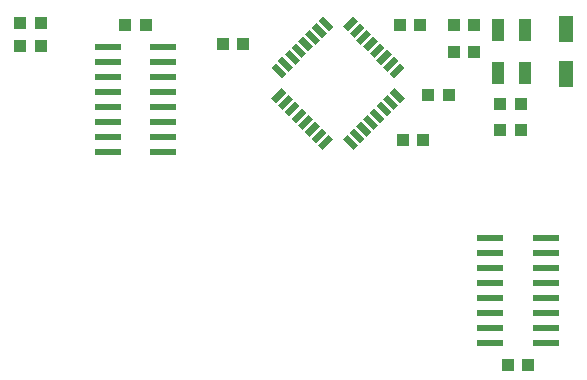
<source format=gbr>
G04 EAGLE Gerber RS-274X export*
G75*
%MOMM*%
%FSLAX34Y34*%
%LPD*%
%INSolderpaste Top*%
%IPPOS*%
%AMOC8*
5,1,8,0,0,1.08239X$1,22.5*%
G01*
%ADD10R,2.184400X0.558800*%
%ADD11R,1.270000X0.558800*%
%ADD12R,0.558800X1.270000*%
%ADD13R,1.100000X1.000000*%
%ADD14R,1.100000X1.900000*%
%ADD15R,1.150000X2.200000*%


D10*
X480822Y38100D03*
X480822Y50800D03*
X480822Y63500D03*
X480822Y76200D03*
X480822Y88900D03*
X480822Y101600D03*
X480822Y114300D03*
X480822Y127000D03*
X433578Y127000D03*
X433578Y114300D03*
X433578Y101600D03*
X433578Y88900D03*
X433578Y76200D03*
X433578Y63500D03*
X433578Y50800D03*
X433578Y38100D03*
D11*
G36*
X348487Y265850D02*
X357466Y274829D01*
X361417Y270878D01*
X352438Y261899D01*
X348487Y265850D01*
G37*
G36*
X342830Y271507D02*
X351809Y280486D01*
X355760Y276535D01*
X346781Y267556D01*
X342830Y271507D01*
G37*
G36*
X337174Y277164D02*
X346153Y286143D01*
X350104Y282192D01*
X341125Y273213D01*
X337174Y277164D01*
G37*
G36*
X331517Y282821D02*
X340496Y291800D01*
X344447Y287849D01*
X335468Y278870D01*
X331517Y282821D01*
G37*
G36*
X325860Y288478D02*
X334839Y297457D01*
X338790Y293506D01*
X329811Y284527D01*
X325860Y288478D01*
G37*
G36*
X320203Y294135D02*
X329182Y303114D01*
X333133Y299163D01*
X324154Y290184D01*
X320203Y294135D01*
G37*
G36*
X314546Y299791D02*
X323525Y308770D01*
X327476Y304819D01*
X318497Y295840D01*
X314546Y299791D01*
G37*
G36*
X308889Y305448D02*
X317868Y314427D01*
X321819Y310476D01*
X312840Y301497D01*
X308889Y305448D01*
G37*
D12*
G36*
X287781Y310476D02*
X291732Y314427D01*
X300711Y305448D01*
X296760Y301497D01*
X287781Y310476D01*
G37*
G36*
X282124Y304819D02*
X286075Y308770D01*
X295054Y299791D01*
X291103Y295840D01*
X282124Y304819D01*
G37*
G36*
X276467Y299163D02*
X280418Y303114D01*
X289397Y294135D01*
X285446Y290184D01*
X276467Y299163D01*
G37*
G36*
X270810Y293506D02*
X274761Y297457D01*
X283740Y288478D01*
X279789Y284527D01*
X270810Y293506D01*
G37*
G36*
X265153Y287849D02*
X269104Y291800D01*
X278083Y282821D01*
X274132Y278870D01*
X265153Y287849D01*
G37*
G36*
X259496Y282192D02*
X263447Y286143D01*
X272426Y277164D01*
X268475Y273213D01*
X259496Y282192D01*
G37*
G36*
X253840Y276535D02*
X257791Y280486D01*
X266770Y271507D01*
X262819Y267556D01*
X253840Y276535D01*
G37*
G36*
X248183Y270878D02*
X252134Y274829D01*
X261113Y265850D01*
X257162Y261899D01*
X248183Y270878D01*
G37*
D11*
G36*
X248183Y244742D02*
X257162Y253721D01*
X261113Y249770D01*
X252134Y240791D01*
X248183Y244742D01*
G37*
G36*
X253840Y239085D02*
X262819Y248064D01*
X266770Y244113D01*
X257791Y235134D01*
X253840Y239085D01*
G37*
G36*
X259496Y233428D02*
X268475Y242407D01*
X272426Y238456D01*
X263447Y229477D01*
X259496Y233428D01*
G37*
G36*
X265153Y227771D02*
X274132Y236750D01*
X278083Y232799D01*
X269104Y223820D01*
X265153Y227771D01*
G37*
G36*
X270810Y222114D02*
X279789Y231093D01*
X283740Y227142D01*
X274761Y218163D01*
X270810Y222114D01*
G37*
G36*
X276467Y216457D02*
X285446Y225436D01*
X289397Y221485D01*
X280418Y212506D01*
X276467Y216457D01*
G37*
G36*
X282124Y210801D02*
X291103Y219780D01*
X295054Y215829D01*
X286075Y206850D01*
X282124Y210801D01*
G37*
G36*
X287781Y205144D02*
X296760Y214123D01*
X300711Y210172D01*
X291732Y201193D01*
X287781Y205144D01*
G37*
D12*
G36*
X308889Y210172D02*
X312840Y214123D01*
X321819Y205144D01*
X317868Y201193D01*
X308889Y210172D01*
G37*
G36*
X314546Y215829D02*
X318497Y219780D01*
X327476Y210801D01*
X323525Y206850D01*
X314546Y215829D01*
G37*
G36*
X320203Y221485D02*
X324154Y225436D01*
X333133Y216457D01*
X329182Y212506D01*
X320203Y221485D01*
G37*
G36*
X325860Y227142D02*
X329811Y231093D01*
X338790Y222114D01*
X334839Y218163D01*
X325860Y227142D01*
G37*
G36*
X331517Y232799D02*
X335468Y236750D01*
X344447Y227771D01*
X340496Y223820D01*
X331517Y232799D01*
G37*
G36*
X337174Y238456D02*
X341125Y242407D01*
X350104Y233428D01*
X346153Y229477D01*
X337174Y238456D01*
G37*
G36*
X342830Y244113D02*
X346781Y248064D01*
X355760Y239085D01*
X351809Y235134D01*
X342830Y244113D01*
G37*
G36*
X348487Y249770D02*
X352438Y253721D01*
X361417Y244742D01*
X357466Y240791D01*
X348487Y249770D01*
G37*
D10*
X109728Y288290D03*
X109728Y275590D03*
X109728Y262890D03*
X109728Y250190D03*
X109728Y237490D03*
X109728Y224790D03*
X109728Y212090D03*
X109728Y199390D03*
X156972Y199390D03*
X156972Y212090D03*
X156972Y224790D03*
X156972Y237490D03*
X156972Y250190D03*
X156972Y262890D03*
X156972Y275590D03*
X156972Y288290D03*
D13*
X419980Y284480D03*
X402980Y284480D03*
X419980Y307340D03*
X402980Y307340D03*
X141850Y307340D03*
X124850Y307340D03*
X448700Y19050D03*
X465700Y19050D03*
X381390Y247650D03*
X398390Y247650D03*
X359800Y209550D03*
X376800Y209550D03*
X374260Y307340D03*
X357260Y307340D03*
X442350Y218440D03*
X459350Y218440D03*
X442350Y240030D03*
X459350Y240030D03*
X224400Y290830D03*
X207400Y290830D03*
X35950Y308610D03*
X52950Y308610D03*
X35950Y289560D03*
X52950Y289560D03*
D14*
X463366Y265980D03*
X440366Y302980D03*
X440366Y265980D03*
X463366Y302980D03*
D15*
X497840Y303480D03*
X497840Y265480D03*
M02*

</source>
